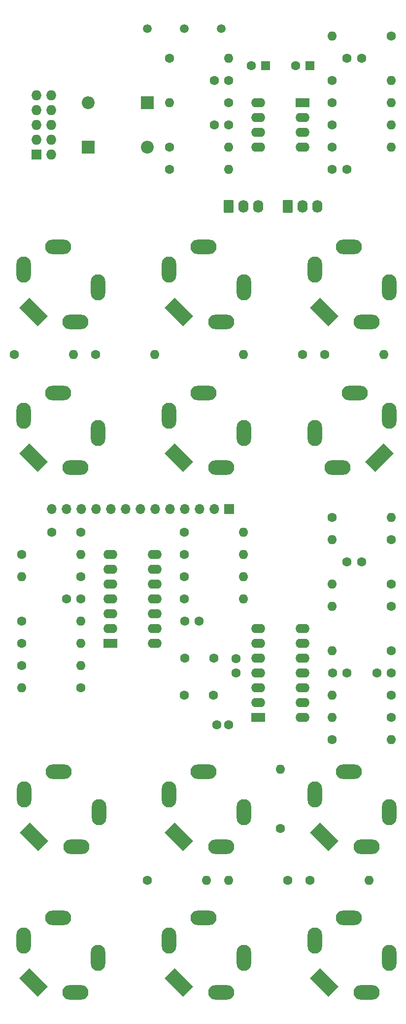
<source format=gts>
G04 #@! TF.GenerationSoftware,KiCad,Pcbnew,6.0.9-8da3e8f707~116~ubuntu22.04.1*
G04 #@! TF.CreationDate,2022-11-12T09:52:36-05:00*
G04 #@! TF.ProjectId,voltproc_b1,766f6c74-7072-46f6-935f-62312e6b6963,rev?*
G04 #@! TF.SameCoordinates,Original*
G04 #@! TF.FileFunction,Soldermask,Top*
G04 #@! TF.FilePolarity,Negative*
%FSLAX46Y46*%
G04 Gerber Fmt 4.6, Leading zero omitted, Abs format (unit mm)*
G04 Created by KiCad (PCBNEW 6.0.9-8da3e8f707~116~ubuntu22.04.1) date 2022-11-12 09:52:36*
%MOMM*%
%LPD*%
G01*
G04 APERTURE LIST*
G04 Aperture macros list*
%AMRoundRect*
0 Rectangle with rounded corners*
0 $1 Rounding radius*
0 $2 $3 $4 $5 $6 $7 $8 $9 X,Y pos of 4 corners*
0 Add a 4 corners polygon primitive as box body*
4,1,4,$2,$3,$4,$5,$6,$7,$8,$9,$2,$3,0*
0 Add four circle primitives for the rounded corners*
1,1,$1+$1,$2,$3*
1,1,$1+$1,$4,$5*
1,1,$1+$1,$6,$7*
1,1,$1+$1,$8,$9*
0 Add four rect primitives between the rounded corners*
20,1,$1+$1,$2,$3,$4,$5,0*
20,1,$1+$1,$4,$5,$6,$7,0*
20,1,$1+$1,$6,$7,$8,$9,0*
20,1,$1+$1,$8,$9,$2,$3,0*%
%AMRotRect*
0 Rectangle, with rotation*
0 The origin of the aperture is its center*
0 $1 length*
0 $2 width*
0 $3 Rotation angle, in degrees counterclockwise*
0 Add horizontal line*
21,1,$1,$2,0,0,$3*%
G04 Aperture macros list end*
%ADD10O,2.500000X4.500001*%
%ADD11O,4.500001X2.500001*%
%ADD12RotRect,4.500001X2.500001X315.000000*%
%ADD13O,4.500000X2.500000*%
%ADD14O,2.500000X4.500000*%
%ADD15C,1.500000*%
%ADD16O,4.500001X2.500000*%
%ADD17O,2.500001X4.500001*%
%ADD18RotRect,4.500001X2.500001X45.000000*%
%ADD19R,1.700000X1.700000*%
%ADD20O,1.700000X1.700000*%
%ADD21C,1.600000*%
%ADD22O,1.600000X1.600000*%
%ADD23R,1.727200X1.727200*%
%ADD24O,1.727200X1.727200*%
%ADD25R,2.200000X2.200000*%
%ADD26O,2.200000X2.200000*%
%ADD27R,2.400000X1.600000*%
%ADD28O,2.400000X1.600000*%
%ADD29R,1.600000X1.600000*%
%ADD30RoundRect,0.250000X-0.620000X-0.850000X0.620000X-0.850000X0.620000X0.850000X-0.620000X0.850000X0*%
%ADD31O,1.740000X2.200000*%
G04 APERTURE END LIST*
D10*
G04 #@! TO.C,J9*
X181400000Y-174500000D03*
D11*
X177500000Y-180400000D03*
D12*
X170260000Y-178740000D03*
D13*
X174500000Y-167600000D03*
D14*
X168600000Y-171500000D03*
G04 #@! TD*
D10*
G04 #@! TO.C,J11*
X156400000Y-59500000D03*
D11*
X152500000Y-65400000D03*
D12*
X145260000Y-63740000D03*
D13*
X149500000Y-52600000D03*
D14*
X143600000Y-56500000D03*
G04 #@! TD*
D10*
G04 #@! TO.C,J10*
X131400000Y-59500000D03*
D11*
X127500000Y-65400000D03*
D12*
X120260000Y-63740000D03*
D13*
X124500000Y-52600000D03*
D14*
X118600000Y-56500000D03*
G04 #@! TD*
D15*
G04 #@! TO.C,TP3*
X146190000Y-15180000D03*
G04 #@! TD*
G04 #@! TO.C,TP2*
X139840000Y-15180000D03*
G04 #@! TD*
D10*
G04 #@! TO.C,J12*
X131508000Y-149500000D03*
D11*
X127608000Y-155400000D03*
D12*
X120368000Y-153740000D03*
D13*
X124608000Y-142600000D03*
D14*
X118708000Y-146500000D03*
G04 #@! TD*
D16*
G04 #@! TO.C,J17*
X175500000Y-77600000D03*
D17*
X181400000Y-81500000D03*
D18*
X179740000Y-88740000D03*
D14*
X168600000Y-84500000D03*
D13*
X172500000Y-90400000D03*
G04 #@! TD*
D10*
G04 #@! TO.C,J18*
X156400000Y-149500000D03*
D11*
X152500000Y-155400000D03*
D12*
X145260000Y-153740000D03*
D13*
X149500000Y-142600000D03*
D14*
X143600000Y-146500000D03*
G04 #@! TD*
D19*
G04 #@! TO.C,J4*
X153900000Y-97500000D03*
D20*
X151360000Y-97500000D03*
X148820000Y-97500000D03*
X146280000Y-97500000D03*
X143740000Y-97500000D03*
X141200000Y-97500000D03*
X138660000Y-97500000D03*
X136120000Y-97500000D03*
X133580000Y-97500000D03*
X131040000Y-97500000D03*
X128500000Y-97500000D03*
X125960000Y-97500000D03*
X123420000Y-97500000D03*
G04 #@! TD*
D10*
G04 #@! TO.C,J8*
X181400000Y-149500000D03*
D11*
X177500000Y-155400000D03*
D12*
X170260000Y-153740000D03*
D13*
X174500000Y-142600000D03*
D14*
X168600000Y-146500000D03*
G04 #@! TD*
D10*
G04 #@! TO.C,J13*
X131400000Y-84500000D03*
D11*
X127500000Y-90400000D03*
D12*
X120260000Y-88740000D03*
D13*
X124500000Y-77600000D03*
D14*
X118600000Y-81500000D03*
G04 #@! TD*
D15*
G04 #@! TO.C,TP1*
X152540000Y-15180000D03*
G04 #@! TD*
D10*
G04 #@! TO.C,J19*
X156400000Y-174500000D03*
D11*
X152500000Y-180400000D03*
D12*
X145260000Y-178740000D03*
D13*
X149500000Y-167600000D03*
D14*
X143600000Y-171500000D03*
G04 #@! TD*
D10*
G04 #@! TO.C,J15*
X131400000Y-174500000D03*
D11*
X127500000Y-180400000D03*
D12*
X120260000Y-178740000D03*
D13*
X124500000Y-167600000D03*
D14*
X118600000Y-171500000D03*
G04 #@! TD*
D10*
G04 #@! TO.C,J14*
X156400000Y-84500000D03*
D11*
X152500000Y-90400000D03*
D12*
X145260000Y-88740000D03*
D13*
X149500000Y-77600000D03*
D14*
X143600000Y-81500000D03*
G04 #@! TD*
D10*
G04 #@! TO.C,J16*
X181400000Y-59500000D03*
D11*
X177500000Y-65400000D03*
D12*
X170260000Y-63740000D03*
D13*
X174500000Y-52600000D03*
D14*
X168600000Y-56500000D03*
G04 #@! TD*
D21*
G04 #@! TO.C,R5*
X118250000Y-105350000D03*
D22*
X128410000Y-105350000D03*
G04 #@! TD*
D21*
G04 #@! TO.C,R33*
X170320000Y-71060000D03*
D22*
X180480000Y-71060000D03*
G04 #@! TD*
D21*
G04 #@! TO.C,R16*
X171550000Y-31690000D03*
D22*
X181710000Y-31690000D03*
G04 #@! TD*
D21*
G04 #@! TO.C,R9*
X146190000Y-105350000D03*
D22*
X156350000Y-105350000D03*
G04 #@! TD*
D21*
G04 #@! TO.C,C12*
X176630000Y-106620000D03*
X174130000Y-106620000D03*
G04 #@! TD*
G04 #@! TO.C,R35*
X139840000Y-161230000D03*
D22*
X150000000Y-161230000D03*
G04 #@! TD*
D21*
G04 #@! TO.C,C3*
X128380000Y-101545000D03*
X123380000Y-101545000D03*
G04 #@! TD*
G04 #@! TO.C,R11*
X167780000Y-161230000D03*
D22*
X177940000Y-161230000D03*
G04 #@! TD*
D21*
G04 #@! TO.C,R4*
X128410000Y-109160000D03*
D22*
X118250000Y-109160000D03*
G04 #@! TD*
D21*
G04 #@! TO.C,R20*
X181750000Y-114240000D03*
D22*
X171590000Y-114240000D03*
G04 #@! TD*
D21*
G04 #@! TO.C,R30*
X171590000Y-137100000D03*
D22*
X181750000Y-137100000D03*
G04 #@! TD*
D21*
G04 #@! TO.C,C15*
X153810000Y-24070000D03*
X151310000Y-24070000D03*
G04 #@! TD*
D23*
G04 #@! TO.C,J1*
X120790000Y-36770000D03*
D24*
X123330000Y-36770000D03*
X120790000Y-34230000D03*
X123330000Y-34230000D03*
X120790000Y-31690000D03*
X123330000Y-31690000D03*
X120790000Y-29150000D03*
X123330000Y-29150000D03*
X120790000Y-26610000D03*
X123330000Y-26610000D03*
G04 #@! TD*
D21*
G04 #@! TO.C,C8*
X148730000Y-116780000D03*
X146230000Y-116780000D03*
G04 #@! TD*
G04 #@! TO.C,C13*
X153810000Y-31690000D03*
X151310000Y-31690000D03*
G04 #@! TD*
D25*
G04 #@! TO.C,D2*
X129680000Y-35500000D03*
D26*
X139840000Y-35500000D03*
G04 #@! TD*
D21*
G04 #@! TO.C,R31*
X171590000Y-99000000D03*
D22*
X181750000Y-99000000D03*
G04 #@! TD*
D27*
G04 #@! TO.C,U1*
X133500000Y-120595000D03*
D28*
X133500000Y-118055000D03*
X133500000Y-115515000D03*
X133500000Y-112975000D03*
X133500000Y-110435000D03*
X133500000Y-107895000D03*
X133500000Y-105355000D03*
X141120000Y-105355000D03*
X141120000Y-107895000D03*
X141120000Y-110435000D03*
X141120000Y-112975000D03*
X141120000Y-115515000D03*
X141120000Y-118055000D03*
X141120000Y-120595000D03*
G04 #@! TD*
D21*
G04 #@! TO.C,R12*
X118250000Y-124400000D03*
D22*
X128410000Y-124400000D03*
G04 #@! TD*
D21*
G04 #@! TO.C,R21*
X181750000Y-110430000D03*
D22*
X171590000Y-110430000D03*
G04 #@! TD*
D21*
G04 #@! TO.C,C4*
X151190000Y-129480000D03*
X146190000Y-129480000D03*
G04 #@! TD*
D29*
G04 #@! TO.C,C1*
X160160000Y-21530000D03*
D21*
X157660000Y-21530000D03*
G04 #@! TD*
D29*
G04 #@! TO.C,C2*
X167780000Y-21530000D03*
D21*
X165280000Y-21530000D03*
G04 #@! TD*
G04 #@! TO.C,C9*
X155080000Y-125670000D03*
X155080000Y-123170000D03*
G04 #@! TD*
G04 #@! TO.C,R8*
X146190000Y-112970000D03*
D22*
X156350000Y-112970000D03*
G04 #@! TD*
D21*
G04 #@! TO.C,R7*
X146190000Y-109160000D03*
D22*
X156350000Y-109160000D03*
G04 #@! TD*
D30*
G04 #@! TO.C,J2*
X153810000Y-45660000D03*
D31*
X156350000Y-45660000D03*
X158890000Y-45660000D03*
G04 #@! TD*
D21*
G04 #@! TO.C,R10*
X163970000Y-161230000D03*
D22*
X153810000Y-161230000D03*
G04 #@! TD*
D21*
G04 #@! TO.C,C11*
X176630000Y-20260000D03*
X174130000Y-20260000D03*
G04 #@! TD*
G04 #@! TO.C,R17*
X171550000Y-35500000D03*
D22*
X181710000Y-35500000D03*
G04 #@! TD*
D21*
G04 #@! TO.C,R14*
X130950000Y-71060000D03*
D22*
X141110000Y-71060000D03*
G04 #@! TD*
D21*
G04 #@! TO.C,C7*
X128410000Y-112970000D03*
X125910000Y-112970000D03*
G04 #@! TD*
G04 #@! TO.C,R3*
X118250000Y-120590000D03*
D22*
X128410000Y-120590000D03*
G04 #@! TD*
D21*
G04 #@! TO.C,R19*
X171550000Y-27880000D03*
D22*
X181710000Y-27880000D03*
G04 #@! TD*
D21*
G04 #@! TO.C,R32*
X143650000Y-39310000D03*
D22*
X153810000Y-39310000D03*
G04 #@! TD*
D21*
G04 #@! TO.C,R2*
X118250000Y-116780000D03*
D22*
X128410000Y-116780000D03*
G04 #@! TD*
D21*
G04 #@! TO.C,R25*
X181750000Y-121860000D03*
D22*
X171590000Y-121860000D03*
G04 #@! TD*
D21*
G04 #@! TO.C,C16*
X174090000Y-39310000D03*
X171590000Y-39310000D03*
G04 #@! TD*
G04 #@! TO.C,R1*
X162700000Y-152340000D03*
D22*
X162700000Y-142180000D03*
G04 #@! TD*
D21*
G04 #@! TO.C,R28*
X143650000Y-20260000D03*
D22*
X153810000Y-20260000D03*
G04 #@! TD*
D21*
G04 #@! TO.C,R26*
X153810000Y-27880000D03*
D22*
X143650000Y-27880000D03*
G04 #@! TD*
D25*
G04 #@! TO.C,D1*
X139840000Y-27880000D03*
D26*
X129680000Y-27880000D03*
G04 #@! TD*
D21*
G04 #@! TO.C,R34*
X181750000Y-129480000D03*
D22*
X171590000Y-129480000D03*
G04 #@! TD*
D21*
G04 #@! TO.C,R23*
X181750000Y-102810000D03*
D22*
X171590000Y-102810000D03*
G04 #@! TD*
D21*
G04 #@! TO.C,R29*
X166510000Y-71060000D03*
D22*
X156350000Y-71060000D03*
G04 #@! TD*
D21*
G04 #@! TO.C,R27*
X181750000Y-133290000D03*
D22*
X171590000Y-133290000D03*
G04 #@! TD*
D21*
G04 #@! TO.C,R22*
X181750000Y-16450000D03*
D22*
X171590000Y-16450000D03*
G04 #@! TD*
D21*
G04 #@! TO.C,R15*
X116980000Y-71060000D03*
D22*
X127140000Y-71060000D03*
G04 #@! TD*
D21*
G04 #@! TO.C,R13*
X128410000Y-128210000D03*
D22*
X118250000Y-128210000D03*
G04 #@! TD*
D27*
G04 #@! TO.C,U3*
X166510000Y-27880000D03*
D28*
X166510000Y-30420000D03*
X166510000Y-32960000D03*
X166510000Y-35500000D03*
X158890000Y-35500000D03*
X158890000Y-32960000D03*
X158890000Y-30420000D03*
X158890000Y-27880000D03*
G04 #@! TD*
D21*
G04 #@! TO.C,R24*
X143650000Y-35500000D03*
D22*
X153810000Y-35500000D03*
G04 #@! TD*
D21*
G04 #@! TO.C,R6*
X146190000Y-101540000D03*
D22*
X156350000Y-101540000D03*
G04 #@! TD*
D21*
G04 #@! TO.C,R18*
X171550000Y-24070000D03*
D22*
X181710000Y-24070000D03*
G04 #@! TD*
D27*
G04 #@! TO.C,U2*
X158900000Y-133295000D03*
D28*
X158900000Y-130755000D03*
X158900000Y-128215000D03*
X158900000Y-125675000D03*
X158900000Y-123135000D03*
X158900000Y-120595000D03*
X158900000Y-118055000D03*
X166520000Y-118055000D03*
X166520000Y-120595000D03*
X166520000Y-123135000D03*
X166520000Y-125675000D03*
X166520000Y-128215000D03*
X166520000Y-130755000D03*
X166520000Y-133295000D03*
G04 #@! TD*
D21*
G04 #@! TO.C,C10*
X174130000Y-125670000D03*
X171630000Y-125670000D03*
G04 #@! TD*
G04 #@! TO.C,C6*
X151230000Y-123130000D03*
X146230000Y-123130000D03*
G04 #@! TD*
G04 #@! TO.C,C5*
X153810000Y-134560000D03*
X151810000Y-134560000D03*
G04 #@! TD*
G04 #@! TO.C,C14*
X181750000Y-125670000D03*
X179250000Y-125670000D03*
G04 #@! TD*
D30*
G04 #@! TO.C,J3*
X163970000Y-45660000D03*
D31*
X166510000Y-45660000D03*
X169050000Y-45660000D03*
G04 #@! TD*
M02*

</source>
